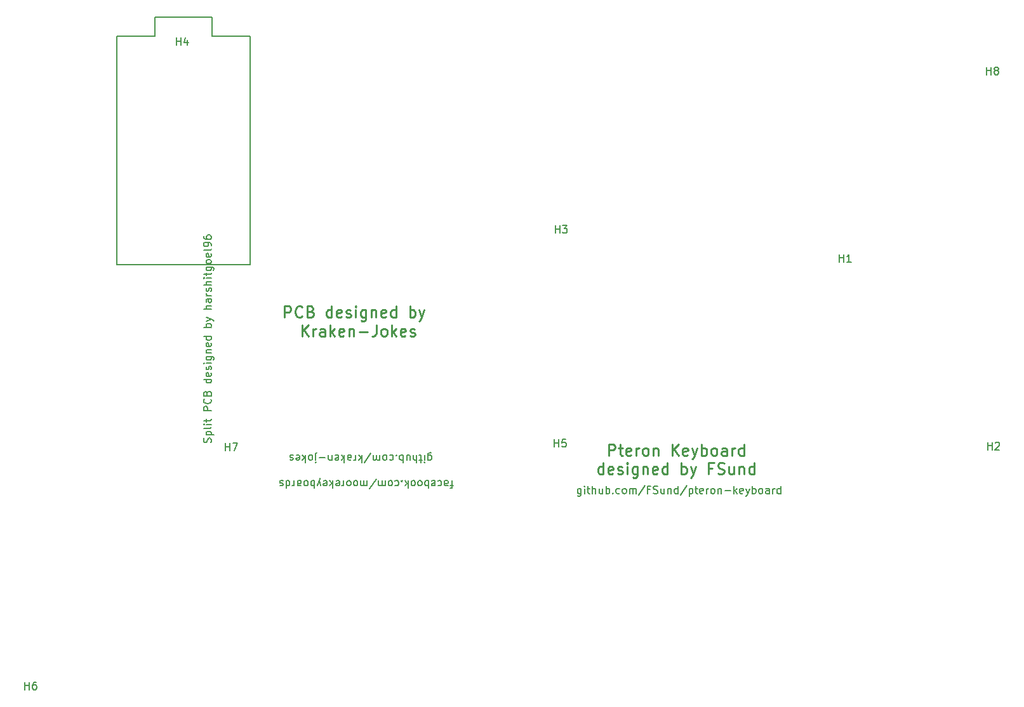
<source format=gbr>
%TF.GenerationSoftware,KiCad,Pcbnew,(5.1.7)-1*%
%TF.CreationDate,2021-04-13T17:15:28+05:30*%
%TF.ProjectId,Pteron56v0,50746572-6f6e-4353-9676-302e6b696361,rev?*%
%TF.SameCoordinates,Original*%
%TF.FileFunction,Legend,Top*%
%TF.FilePolarity,Positive*%
%FSLAX46Y46*%
G04 Gerber Fmt 4.6, Leading zero omitted, Abs format (unit mm)*
G04 Created by KiCad (PCBNEW (5.1.7)-1) date 2021-04-13 17:15:28*
%MOMM*%
%LPD*%
G01*
G04 APERTURE LIST*
%ADD10C,0.150000*%
%ADD11C,0.250000*%
G04 APERTURE END LIST*
D10*
X132255090Y-100493485D02*
X132255090Y-99683961D01*
X132302709Y-99588723D01*
X132350328Y-99541104D01*
X132445566Y-99493485D01*
X132588423Y-99493485D01*
X132683661Y-99541104D01*
X132255090Y-99874438D02*
X132350328Y-99826819D01*
X132540804Y-99826819D01*
X132636042Y-99874438D01*
X132683661Y-99922057D01*
X132731280Y-100017295D01*
X132731280Y-100303009D01*
X132683661Y-100398247D01*
X132636042Y-100445866D01*
X132540804Y-100493485D01*
X132350328Y-100493485D01*
X132255090Y-100445866D01*
X131778900Y-99826819D02*
X131778900Y-100493485D01*
X131778900Y-100826819D02*
X131826519Y-100779200D01*
X131778900Y-100731580D01*
X131731280Y-100779200D01*
X131778900Y-100826819D01*
X131778900Y-100731580D01*
X131445566Y-100493485D02*
X131064614Y-100493485D01*
X131302709Y-100826819D02*
X131302709Y-99969676D01*
X131255090Y-99874438D01*
X131159852Y-99826819D01*
X131064614Y-99826819D01*
X130731280Y-99826819D02*
X130731280Y-100826819D01*
X130302709Y-99826819D02*
X130302709Y-100350628D01*
X130350328Y-100445866D01*
X130445566Y-100493485D01*
X130588423Y-100493485D01*
X130683661Y-100445866D01*
X130731280Y-100398247D01*
X129397947Y-100493485D02*
X129397947Y-99826819D01*
X129826519Y-100493485D02*
X129826519Y-99969676D01*
X129778900Y-99874438D01*
X129683661Y-99826819D01*
X129540804Y-99826819D01*
X129445566Y-99874438D01*
X129397947Y-99922057D01*
X128921757Y-99826819D02*
X128921757Y-100826819D01*
X128921757Y-100445866D02*
X128826519Y-100493485D01*
X128636042Y-100493485D01*
X128540804Y-100445866D01*
X128493185Y-100398247D01*
X128445566Y-100303009D01*
X128445566Y-100017295D01*
X128493185Y-99922057D01*
X128540804Y-99874438D01*
X128636042Y-99826819D01*
X128826519Y-99826819D01*
X128921757Y-99874438D01*
X128016995Y-99922057D02*
X127969376Y-99874438D01*
X128016995Y-99826819D01*
X128064614Y-99874438D01*
X128016995Y-99922057D01*
X128016995Y-99826819D01*
X127112233Y-99874438D02*
X127207471Y-99826819D01*
X127397947Y-99826819D01*
X127493185Y-99874438D01*
X127540804Y-99922057D01*
X127588423Y-100017295D01*
X127588423Y-100303009D01*
X127540804Y-100398247D01*
X127493185Y-100445866D01*
X127397947Y-100493485D01*
X127207471Y-100493485D01*
X127112233Y-100445866D01*
X126540804Y-99826819D02*
X126636042Y-99874438D01*
X126683661Y-99922057D01*
X126731280Y-100017295D01*
X126731280Y-100303009D01*
X126683661Y-100398247D01*
X126636042Y-100445866D01*
X126540804Y-100493485D01*
X126397947Y-100493485D01*
X126302709Y-100445866D01*
X126255090Y-100398247D01*
X126207471Y-100303009D01*
X126207471Y-100017295D01*
X126255090Y-99922057D01*
X126302709Y-99874438D01*
X126397947Y-99826819D01*
X126540804Y-99826819D01*
X125778900Y-99826819D02*
X125778900Y-100493485D01*
X125778900Y-100398247D02*
X125731280Y-100445866D01*
X125636042Y-100493485D01*
X125493185Y-100493485D01*
X125397947Y-100445866D01*
X125350328Y-100350628D01*
X125350328Y-99826819D01*
X125350328Y-100350628D02*
X125302709Y-100445866D01*
X125207471Y-100493485D01*
X125064614Y-100493485D01*
X124969376Y-100445866D01*
X124921757Y-100350628D01*
X124921757Y-99826819D01*
X123731280Y-100874438D02*
X124588423Y-99588723D01*
X123397947Y-99826819D02*
X123397947Y-100826819D01*
X123302709Y-100207771D02*
X123016995Y-99826819D01*
X123016995Y-100493485D02*
X123397947Y-100112533D01*
X122588423Y-99826819D02*
X122588423Y-100493485D01*
X122588423Y-100303009D02*
X122540804Y-100398247D01*
X122493185Y-100445866D01*
X122397947Y-100493485D01*
X122302709Y-100493485D01*
X121540804Y-99826819D02*
X121540804Y-100350628D01*
X121588423Y-100445866D01*
X121683661Y-100493485D01*
X121874138Y-100493485D01*
X121969376Y-100445866D01*
X121540804Y-99874438D02*
X121636042Y-99826819D01*
X121874138Y-99826819D01*
X121969376Y-99874438D01*
X122016995Y-99969676D01*
X122016995Y-100064914D01*
X121969376Y-100160152D01*
X121874138Y-100207771D01*
X121636042Y-100207771D01*
X121540804Y-100255390D01*
X121064614Y-99826819D02*
X121064614Y-100826819D01*
X120969376Y-100207771D02*
X120683661Y-99826819D01*
X120683661Y-100493485D02*
X121064614Y-100112533D01*
X119874138Y-99874438D02*
X119969376Y-99826819D01*
X120159852Y-99826819D01*
X120255090Y-99874438D01*
X120302709Y-99969676D01*
X120302709Y-100350628D01*
X120255090Y-100445866D01*
X120159852Y-100493485D01*
X119969376Y-100493485D01*
X119874138Y-100445866D01*
X119826519Y-100350628D01*
X119826519Y-100255390D01*
X120302709Y-100160152D01*
X119397947Y-100493485D02*
X119397947Y-99826819D01*
X119397947Y-100398247D02*
X119350328Y-100445866D01*
X119255090Y-100493485D01*
X119112233Y-100493485D01*
X119016995Y-100445866D01*
X118969376Y-100350628D01*
X118969376Y-99826819D01*
X118493185Y-100207771D02*
X117731280Y-100207771D01*
X117255090Y-100493485D02*
X117255090Y-99636342D01*
X117302709Y-99541104D01*
X117397947Y-99493485D01*
X117445566Y-99493485D01*
X117255090Y-100826819D02*
X117302709Y-100779200D01*
X117255090Y-100731580D01*
X117207471Y-100779200D01*
X117255090Y-100826819D01*
X117255090Y-100731580D01*
X116636042Y-99826819D02*
X116731280Y-99874438D01*
X116778900Y-99922057D01*
X116826519Y-100017295D01*
X116826519Y-100303009D01*
X116778900Y-100398247D01*
X116731280Y-100445866D01*
X116636042Y-100493485D01*
X116493185Y-100493485D01*
X116397947Y-100445866D01*
X116350328Y-100398247D01*
X116302709Y-100303009D01*
X116302709Y-100017295D01*
X116350328Y-99922057D01*
X116397947Y-99874438D01*
X116493185Y-99826819D01*
X116636042Y-99826819D01*
X115874138Y-99826819D02*
X115874138Y-100826819D01*
X115778900Y-100207771D02*
X115493185Y-99826819D01*
X115493185Y-100493485D02*
X115874138Y-100112533D01*
X114683661Y-99874438D02*
X114778900Y-99826819D01*
X114969376Y-99826819D01*
X115064614Y-99874438D01*
X115112233Y-99969676D01*
X115112233Y-100350628D01*
X115064614Y-100445866D01*
X114969376Y-100493485D01*
X114778900Y-100493485D01*
X114683661Y-100445866D01*
X114636042Y-100350628D01*
X114636042Y-100255390D01*
X115112233Y-100160152D01*
X114255090Y-99874438D02*
X114159852Y-99826819D01*
X113969376Y-99826819D01*
X113874138Y-99874438D01*
X113826519Y-99969676D01*
X113826519Y-100017295D01*
X113874138Y-100112533D01*
X113969376Y-100160152D01*
X114112233Y-100160152D01*
X114207471Y-100207771D01*
X114255090Y-100303009D01*
X114255090Y-100350628D01*
X114207471Y-100445866D01*
X114112233Y-100493485D01*
X113969376Y-100493485D01*
X113874138Y-100445866D01*
X135609147Y-103922485D02*
X135228195Y-103922485D01*
X135466290Y-103255819D02*
X135466290Y-104112961D01*
X135418671Y-104208200D01*
X135323433Y-104255819D01*
X135228195Y-104255819D01*
X134466290Y-103255819D02*
X134466290Y-103779628D01*
X134513909Y-103874866D01*
X134609147Y-103922485D01*
X134799623Y-103922485D01*
X134894861Y-103874866D01*
X134466290Y-103303438D02*
X134561528Y-103255819D01*
X134799623Y-103255819D01*
X134894861Y-103303438D01*
X134942480Y-103398676D01*
X134942480Y-103493914D01*
X134894861Y-103589152D01*
X134799623Y-103636771D01*
X134561528Y-103636771D01*
X134466290Y-103684390D01*
X133561528Y-103303438D02*
X133656766Y-103255819D01*
X133847242Y-103255819D01*
X133942480Y-103303438D01*
X133990100Y-103351057D01*
X134037719Y-103446295D01*
X134037719Y-103732009D01*
X133990100Y-103827247D01*
X133942480Y-103874866D01*
X133847242Y-103922485D01*
X133656766Y-103922485D01*
X133561528Y-103874866D01*
X132752004Y-103303438D02*
X132847242Y-103255819D01*
X133037719Y-103255819D01*
X133132957Y-103303438D01*
X133180576Y-103398676D01*
X133180576Y-103779628D01*
X133132957Y-103874866D01*
X133037719Y-103922485D01*
X132847242Y-103922485D01*
X132752004Y-103874866D01*
X132704385Y-103779628D01*
X132704385Y-103684390D01*
X133180576Y-103589152D01*
X132275814Y-103255819D02*
X132275814Y-104255819D01*
X132275814Y-103874866D02*
X132180576Y-103922485D01*
X131990100Y-103922485D01*
X131894861Y-103874866D01*
X131847242Y-103827247D01*
X131799623Y-103732009D01*
X131799623Y-103446295D01*
X131847242Y-103351057D01*
X131894861Y-103303438D01*
X131990100Y-103255819D01*
X132180576Y-103255819D01*
X132275814Y-103303438D01*
X131228195Y-103255819D02*
X131323433Y-103303438D01*
X131371052Y-103351057D01*
X131418671Y-103446295D01*
X131418671Y-103732009D01*
X131371052Y-103827247D01*
X131323433Y-103874866D01*
X131228195Y-103922485D01*
X131085338Y-103922485D01*
X130990100Y-103874866D01*
X130942480Y-103827247D01*
X130894861Y-103732009D01*
X130894861Y-103446295D01*
X130942480Y-103351057D01*
X130990100Y-103303438D01*
X131085338Y-103255819D01*
X131228195Y-103255819D01*
X130323433Y-103255819D02*
X130418671Y-103303438D01*
X130466290Y-103351057D01*
X130513909Y-103446295D01*
X130513909Y-103732009D01*
X130466290Y-103827247D01*
X130418671Y-103874866D01*
X130323433Y-103922485D01*
X130180576Y-103922485D01*
X130085338Y-103874866D01*
X130037719Y-103827247D01*
X129990100Y-103732009D01*
X129990100Y-103446295D01*
X130037719Y-103351057D01*
X130085338Y-103303438D01*
X130180576Y-103255819D01*
X130323433Y-103255819D01*
X129561528Y-103255819D02*
X129561528Y-104255819D01*
X129466290Y-103636771D02*
X129180576Y-103255819D01*
X129180576Y-103922485D02*
X129561528Y-103541533D01*
X128752004Y-103351057D02*
X128704385Y-103303438D01*
X128752004Y-103255819D01*
X128799623Y-103303438D01*
X128752004Y-103351057D01*
X128752004Y-103255819D01*
X127847242Y-103303438D02*
X127942480Y-103255819D01*
X128132957Y-103255819D01*
X128228195Y-103303438D01*
X128275814Y-103351057D01*
X128323433Y-103446295D01*
X128323433Y-103732009D01*
X128275814Y-103827247D01*
X128228195Y-103874866D01*
X128132957Y-103922485D01*
X127942480Y-103922485D01*
X127847242Y-103874866D01*
X127275814Y-103255819D02*
X127371052Y-103303438D01*
X127418671Y-103351057D01*
X127466290Y-103446295D01*
X127466290Y-103732009D01*
X127418671Y-103827247D01*
X127371052Y-103874866D01*
X127275814Y-103922485D01*
X127132957Y-103922485D01*
X127037719Y-103874866D01*
X126990100Y-103827247D01*
X126942480Y-103732009D01*
X126942480Y-103446295D01*
X126990100Y-103351057D01*
X127037719Y-103303438D01*
X127132957Y-103255819D01*
X127275814Y-103255819D01*
X126513909Y-103255819D02*
X126513909Y-103922485D01*
X126513909Y-103827247D02*
X126466290Y-103874866D01*
X126371052Y-103922485D01*
X126228195Y-103922485D01*
X126132957Y-103874866D01*
X126085338Y-103779628D01*
X126085338Y-103255819D01*
X126085338Y-103779628D02*
X126037719Y-103874866D01*
X125942480Y-103922485D01*
X125799623Y-103922485D01*
X125704385Y-103874866D01*
X125656766Y-103779628D01*
X125656766Y-103255819D01*
X124466290Y-104303438D02*
X125323433Y-103017723D01*
X124132957Y-103255819D02*
X124132957Y-103922485D01*
X124132957Y-103827247D02*
X124085338Y-103874866D01*
X123990100Y-103922485D01*
X123847242Y-103922485D01*
X123752004Y-103874866D01*
X123704385Y-103779628D01*
X123704385Y-103255819D01*
X123704385Y-103779628D02*
X123656766Y-103874866D01*
X123561528Y-103922485D01*
X123418671Y-103922485D01*
X123323433Y-103874866D01*
X123275814Y-103779628D01*
X123275814Y-103255819D01*
X122656766Y-103255819D02*
X122752004Y-103303438D01*
X122799623Y-103351057D01*
X122847242Y-103446295D01*
X122847242Y-103732009D01*
X122799623Y-103827247D01*
X122752004Y-103874866D01*
X122656766Y-103922485D01*
X122513909Y-103922485D01*
X122418671Y-103874866D01*
X122371052Y-103827247D01*
X122323433Y-103732009D01*
X122323433Y-103446295D01*
X122371052Y-103351057D01*
X122418671Y-103303438D01*
X122513909Y-103255819D01*
X122656766Y-103255819D01*
X121752004Y-103255819D02*
X121847242Y-103303438D01*
X121894861Y-103351057D01*
X121942480Y-103446295D01*
X121942480Y-103732009D01*
X121894861Y-103827247D01*
X121847242Y-103874866D01*
X121752004Y-103922485D01*
X121609147Y-103922485D01*
X121513909Y-103874866D01*
X121466290Y-103827247D01*
X121418671Y-103732009D01*
X121418671Y-103446295D01*
X121466290Y-103351057D01*
X121513909Y-103303438D01*
X121609147Y-103255819D01*
X121752004Y-103255819D01*
X120990100Y-103255819D02*
X120990100Y-103922485D01*
X120990100Y-103732009D02*
X120942480Y-103827247D01*
X120894861Y-103874866D01*
X120799623Y-103922485D01*
X120704385Y-103922485D01*
X119990100Y-103303438D02*
X120085338Y-103255819D01*
X120275814Y-103255819D01*
X120371052Y-103303438D01*
X120418671Y-103398676D01*
X120418671Y-103779628D01*
X120371052Y-103874866D01*
X120275814Y-103922485D01*
X120085338Y-103922485D01*
X119990100Y-103874866D01*
X119942480Y-103779628D01*
X119942480Y-103684390D01*
X120418671Y-103589152D01*
X119513909Y-103255819D02*
X119513909Y-104255819D01*
X119418671Y-103636771D02*
X119132957Y-103255819D01*
X119132957Y-103922485D02*
X119513909Y-103541533D01*
X118323433Y-103303438D02*
X118418671Y-103255819D01*
X118609147Y-103255819D01*
X118704385Y-103303438D01*
X118752004Y-103398676D01*
X118752004Y-103779628D01*
X118704385Y-103874866D01*
X118609147Y-103922485D01*
X118418671Y-103922485D01*
X118323433Y-103874866D01*
X118275814Y-103779628D01*
X118275814Y-103684390D01*
X118752004Y-103589152D01*
X117942480Y-103922485D02*
X117704385Y-103255819D01*
X117466290Y-103922485D02*
X117704385Y-103255819D01*
X117799623Y-103017723D01*
X117847242Y-102970104D01*
X117942480Y-102922485D01*
X117085338Y-103255819D02*
X117085338Y-104255819D01*
X117085338Y-103874866D02*
X116990100Y-103922485D01*
X116799623Y-103922485D01*
X116704385Y-103874866D01*
X116656766Y-103827247D01*
X116609147Y-103732009D01*
X116609147Y-103446295D01*
X116656766Y-103351057D01*
X116704385Y-103303438D01*
X116799623Y-103255819D01*
X116990100Y-103255819D01*
X117085338Y-103303438D01*
X116037719Y-103255819D02*
X116132957Y-103303438D01*
X116180576Y-103351057D01*
X116228195Y-103446295D01*
X116228195Y-103732009D01*
X116180576Y-103827247D01*
X116132957Y-103874866D01*
X116037719Y-103922485D01*
X115894861Y-103922485D01*
X115799623Y-103874866D01*
X115752004Y-103827247D01*
X115704385Y-103732009D01*
X115704385Y-103446295D01*
X115752004Y-103351057D01*
X115799623Y-103303438D01*
X115894861Y-103255819D01*
X116037719Y-103255819D01*
X114847242Y-103255819D02*
X114847242Y-103779628D01*
X114894861Y-103874866D01*
X114990100Y-103922485D01*
X115180576Y-103922485D01*
X115275814Y-103874866D01*
X114847242Y-103303438D02*
X114942480Y-103255819D01*
X115180576Y-103255819D01*
X115275814Y-103303438D01*
X115323433Y-103398676D01*
X115323433Y-103493914D01*
X115275814Y-103589152D01*
X115180576Y-103636771D01*
X114942480Y-103636771D01*
X114847242Y-103684390D01*
X114371052Y-103255819D02*
X114371052Y-103922485D01*
X114371052Y-103732009D02*
X114323433Y-103827247D01*
X114275814Y-103874866D01*
X114180576Y-103922485D01*
X114085338Y-103922485D01*
X113323433Y-103255819D02*
X113323433Y-104255819D01*
X113323433Y-103303438D02*
X113418671Y-103255819D01*
X113609147Y-103255819D01*
X113704385Y-103303438D01*
X113752004Y-103351057D01*
X113799623Y-103446295D01*
X113799623Y-103732009D01*
X113752004Y-103827247D01*
X113704385Y-103874866D01*
X113609147Y-103922485D01*
X113418671Y-103922485D01*
X113323433Y-103874866D01*
X112894861Y-103303438D02*
X112799623Y-103255819D01*
X112609147Y-103255819D01*
X112513909Y-103303438D01*
X112466290Y-103398676D01*
X112466290Y-103446295D01*
X112513909Y-103541533D01*
X112609147Y-103589152D01*
X112752004Y-103589152D01*
X112847242Y-103636771D01*
X112894861Y-103732009D01*
X112894861Y-103779628D01*
X112847242Y-103874866D01*
X112752004Y-103922485D01*
X112609147Y-103922485D01*
X112513909Y-103874866D01*
X152639761Y-104306714D02*
X152639761Y-105116238D01*
X152592142Y-105211476D01*
X152544523Y-105259095D01*
X152449285Y-105306714D01*
X152306428Y-105306714D01*
X152211190Y-105259095D01*
X152639761Y-104925761D02*
X152544523Y-104973380D01*
X152354047Y-104973380D01*
X152258809Y-104925761D01*
X152211190Y-104878142D01*
X152163571Y-104782904D01*
X152163571Y-104497190D01*
X152211190Y-104401952D01*
X152258809Y-104354333D01*
X152354047Y-104306714D01*
X152544523Y-104306714D01*
X152639761Y-104354333D01*
X153115952Y-104973380D02*
X153115952Y-104306714D01*
X153115952Y-103973380D02*
X153068333Y-104021000D01*
X153115952Y-104068619D01*
X153163571Y-104021000D01*
X153115952Y-103973380D01*
X153115952Y-104068619D01*
X153449285Y-104306714D02*
X153830238Y-104306714D01*
X153592142Y-103973380D02*
X153592142Y-104830523D01*
X153639761Y-104925761D01*
X153735000Y-104973380D01*
X153830238Y-104973380D01*
X154163571Y-104973380D02*
X154163571Y-103973380D01*
X154592142Y-104973380D02*
X154592142Y-104449571D01*
X154544523Y-104354333D01*
X154449285Y-104306714D01*
X154306428Y-104306714D01*
X154211190Y-104354333D01*
X154163571Y-104401952D01*
X155496904Y-104306714D02*
X155496904Y-104973380D01*
X155068333Y-104306714D02*
X155068333Y-104830523D01*
X155115952Y-104925761D01*
X155211190Y-104973380D01*
X155354047Y-104973380D01*
X155449285Y-104925761D01*
X155496904Y-104878142D01*
X155973095Y-104973380D02*
X155973095Y-103973380D01*
X155973095Y-104354333D02*
X156068333Y-104306714D01*
X156258809Y-104306714D01*
X156354047Y-104354333D01*
X156401666Y-104401952D01*
X156449285Y-104497190D01*
X156449285Y-104782904D01*
X156401666Y-104878142D01*
X156354047Y-104925761D01*
X156258809Y-104973380D01*
X156068333Y-104973380D01*
X155973095Y-104925761D01*
X156877857Y-104878142D02*
X156925476Y-104925761D01*
X156877857Y-104973380D01*
X156830238Y-104925761D01*
X156877857Y-104878142D01*
X156877857Y-104973380D01*
X157782619Y-104925761D02*
X157687380Y-104973380D01*
X157496904Y-104973380D01*
X157401666Y-104925761D01*
X157354047Y-104878142D01*
X157306428Y-104782904D01*
X157306428Y-104497190D01*
X157354047Y-104401952D01*
X157401666Y-104354333D01*
X157496904Y-104306714D01*
X157687380Y-104306714D01*
X157782619Y-104354333D01*
X158354047Y-104973380D02*
X158258809Y-104925761D01*
X158211190Y-104878142D01*
X158163571Y-104782904D01*
X158163571Y-104497190D01*
X158211190Y-104401952D01*
X158258809Y-104354333D01*
X158354047Y-104306714D01*
X158496904Y-104306714D01*
X158592142Y-104354333D01*
X158639761Y-104401952D01*
X158687380Y-104497190D01*
X158687380Y-104782904D01*
X158639761Y-104878142D01*
X158592142Y-104925761D01*
X158496904Y-104973380D01*
X158354047Y-104973380D01*
X159115952Y-104973380D02*
X159115952Y-104306714D01*
X159115952Y-104401952D02*
X159163571Y-104354333D01*
X159258809Y-104306714D01*
X159401666Y-104306714D01*
X159496904Y-104354333D01*
X159544523Y-104449571D01*
X159544523Y-104973380D01*
X159544523Y-104449571D02*
X159592142Y-104354333D01*
X159687380Y-104306714D01*
X159830238Y-104306714D01*
X159925476Y-104354333D01*
X159973095Y-104449571D01*
X159973095Y-104973380D01*
X161163571Y-103925761D02*
X160306428Y-105211476D01*
X161830238Y-104449571D02*
X161496904Y-104449571D01*
X161496904Y-104973380D02*
X161496904Y-103973380D01*
X161973095Y-103973380D01*
X162306428Y-104925761D02*
X162449285Y-104973380D01*
X162687380Y-104973380D01*
X162782619Y-104925761D01*
X162830238Y-104878142D01*
X162877857Y-104782904D01*
X162877857Y-104687666D01*
X162830238Y-104592428D01*
X162782619Y-104544809D01*
X162687380Y-104497190D01*
X162496904Y-104449571D01*
X162401666Y-104401952D01*
X162354047Y-104354333D01*
X162306428Y-104259095D01*
X162306428Y-104163857D01*
X162354047Y-104068619D01*
X162401666Y-104021000D01*
X162496904Y-103973380D01*
X162734999Y-103973380D01*
X162877857Y-104021000D01*
X163734999Y-104306714D02*
X163734999Y-104973380D01*
X163306428Y-104306714D02*
X163306428Y-104830523D01*
X163354047Y-104925761D01*
X163449285Y-104973380D01*
X163592142Y-104973380D01*
X163687380Y-104925761D01*
X163734999Y-104878142D01*
X164211190Y-104306714D02*
X164211190Y-104973380D01*
X164211190Y-104401952D02*
X164258809Y-104354333D01*
X164354047Y-104306714D01*
X164496904Y-104306714D01*
X164592142Y-104354333D01*
X164639761Y-104449571D01*
X164639761Y-104973380D01*
X165544523Y-104973380D02*
X165544523Y-103973380D01*
X165544523Y-104925761D02*
X165449285Y-104973380D01*
X165258809Y-104973380D01*
X165163571Y-104925761D01*
X165115952Y-104878142D01*
X165068333Y-104782904D01*
X165068333Y-104497190D01*
X165115952Y-104401952D01*
X165163571Y-104354333D01*
X165258809Y-104306714D01*
X165449285Y-104306714D01*
X165544523Y-104354333D01*
X166734999Y-103925761D02*
X165877857Y-105211476D01*
X167068333Y-104306714D02*
X167068333Y-105306714D01*
X167068333Y-104354333D02*
X167163571Y-104306714D01*
X167354047Y-104306714D01*
X167449285Y-104354333D01*
X167496904Y-104401952D01*
X167544523Y-104497190D01*
X167544523Y-104782904D01*
X167496904Y-104878142D01*
X167449285Y-104925761D01*
X167354047Y-104973380D01*
X167163571Y-104973380D01*
X167068333Y-104925761D01*
X167830238Y-104306714D02*
X168211190Y-104306714D01*
X167973095Y-103973380D02*
X167973095Y-104830523D01*
X168020714Y-104925761D01*
X168115952Y-104973380D01*
X168211190Y-104973380D01*
X168925476Y-104925761D02*
X168830238Y-104973380D01*
X168639761Y-104973380D01*
X168544523Y-104925761D01*
X168496904Y-104830523D01*
X168496904Y-104449571D01*
X168544523Y-104354333D01*
X168639761Y-104306714D01*
X168830238Y-104306714D01*
X168925476Y-104354333D01*
X168973095Y-104449571D01*
X168973095Y-104544809D01*
X168496904Y-104640047D01*
X169401666Y-104973380D02*
X169401666Y-104306714D01*
X169401666Y-104497190D02*
X169449285Y-104401952D01*
X169496904Y-104354333D01*
X169592142Y-104306714D01*
X169687380Y-104306714D01*
X170163571Y-104973380D02*
X170068333Y-104925761D01*
X170020714Y-104878142D01*
X169973095Y-104782904D01*
X169973095Y-104497190D01*
X170020714Y-104401952D01*
X170068333Y-104354333D01*
X170163571Y-104306714D01*
X170306428Y-104306714D01*
X170401666Y-104354333D01*
X170449285Y-104401952D01*
X170496904Y-104497190D01*
X170496904Y-104782904D01*
X170449285Y-104878142D01*
X170401666Y-104925761D01*
X170306428Y-104973380D01*
X170163571Y-104973380D01*
X170925476Y-104306714D02*
X170925476Y-104973380D01*
X170925476Y-104401952D02*
X170973095Y-104354333D01*
X171068333Y-104306714D01*
X171211190Y-104306714D01*
X171306428Y-104354333D01*
X171354047Y-104449571D01*
X171354047Y-104973380D01*
X171830238Y-104592428D02*
X172592142Y-104592428D01*
X173068333Y-104973380D02*
X173068333Y-103973380D01*
X173163571Y-104592428D02*
X173449285Y-104973380D01*
X173449285Y-104306714D02*
X173068333Y-104687666D01*
X174258809Y-104925761D02*
X174163571Y-104973380D01*
X173973095Y-104973380D01*
X173877857Y-104925761D01*
X173830238Y-104830523D01*
X173830238Y-104449571D01*
X173877857Y-104354333D01*
X173973095Y-104306714D01*
X174163571Y-104306714D01*
X174258809Y-104354333D01*
X174306428Y-104449571D01*
X174306428Y-104544809D01*
X173830238Y-104640047D01*
X174639761Y-104306714D02*
X174877857Y-104973380D01*
X175115952Y-104306714D02*
X174877857Y-104973380D01*
X174782619Y-105211476D01*
X174734999Y-105259095D01*
X174639761Y-105306714D01*
X175496904Y-104973380D02*
X175496904Y-103973380D01*
X175496904Y-104354333D02*
X175592142Y-104306714D01*
X175782619Y-104306714D01*
X175877857Y-104354333D01*
X175925476Y-104401952D01*
X175973095Y-104497190D01*
X175973095Y-104782904D01*
X175925476Y-104878142D01*
X175877857Y-104925761D01*
X175782619Y-104973380D01*
X175592142Y-104973380D01*
X175496904Y-104925761D01*
X176544523Y-104973380D02*
X176449285Y-104925761D01*
X176401666Y-104878142D01*
X176354047Y-104782904D01*
X176354047Y-104497190D01*
X176401666Y-104401952D01*
X176449285Y-104354333D01*
X176544523Y-104306714D01*
X176687380Y-104306714D01*
X176782619Y-104354333D01*
X176830238Y-104401952D01*
X176877857Y-104497190D01*
X176877857Y-104782904D01*
X176830238Y-104878142D01*
X176782619Y-104925761D01*
X176687380Y-104973380D01*
X176544523Y-104973380D01*
X177734999Y-104973380D02*
X177734999Y-104449571D01*
X177687380Y-104354333D01*
X177592142Y-104306714D01*
X177401666Y-104306714D01*
X177306428Y-104354333D01*
X177734999Y-104925761D02*
X177639761Y-104973380D01*
X177401666Y-104973380D01*
X177306428Y-104925761D01*
X177258809Y-104830523D01*
X177258809Y-104735285D01*
X177306428Y-104640047D01*
X177401666Y-104592428D01*
X177639761Y-104592428D01*
X177734999Y-104544809D01*
X178211190Y-104973380D02*
X178211190Y-104306714D01*
X178211190Y-104497190D02*
X178258809Y-104401952D01*
X178306428Y-104354333D01*
X178401666Y-104306714D01*
X178496904Y-104306714D01*
X179258809Y-104973380D02*
X179258809Y-103973380D01*
X179258809Y-104925761D02*
X179163571Y-104973380D01*
X178973095Y-104973380D01*
X178877857Y-104925761D01*
X178830238Y-104878142D01*
X178782619Y-104782904D01*
X178782619Y-104497190D01*
X178830238Y-104401952D01*
X178877857Y-104354333D01*
X178973095Y-104306714D01*
X179163571Y-104306714D01*
X179258809Y-104354333D01*
D11*
X156354000Y-99885571D02*
X156354000Y-98385571D01*
X156925428Y-98385571D01*
X157068285Y-98457000D01*
X157139714Y-98528428D01*
X157211142Y-98671285D01*
X157211142Y-98885571D01*
X157139714Y-99028428D01*
X157068285Y-99099857D01*
X156925428Y-99171285D01*
X156354000Y-99171285D01*
X157639714Y-98885571D02*
X158211142Y-98885571D01*
X157854000Y-98385571D02*
X157854000Y-99671285D01*
X157925428Y-99814142D01*
X158068285Y-99885571D01*
X158211142Y-99885571D01*
X159282571Y-99814142D02*
X159139714Y-99885571D01*
X158854000Y-99885571D01*
X158711142Y-99814142D01*
X158639714Y-99671285D01*
X158639714Y-99099857D01*
X158711142Y-98957000D01*
X158854000Y-98885571D01*
X159139714Y-98885571D01*
X159282571Y-98957000D01*
X159354000Y-99099857D01*
X159354000Y-99242714D01*
X158639714Y-99385571D01*
X159996857Y-99885571D02*
X159996857Y-98885571D01*
X159996857Y-99171285D02*
X160068285Y-99028428D01*
X160139714Y-98957000D01*
X160282571Y-98885571D01*
X160425428Y-98885571D01*
X161139714Y-99885571D02*
X160996857Y-99814142D01*
X160925428Y-99742714D01*
X160854000Y-99599857D01*
X160854000Y-99171285D01*
X160925428Y-99028428D01*
X160996857Y-98957000D01*
X161139714Y-98885571D01*
X161354000Y-98885571D01*
X161496857Y-98957000D01*
X161568285Y-99028428D01*
X161639714Y-99171285D01*
X161639714Y-99599857D01*
X161568285Y-99742714D01*
X161496857Y-99814142D01*
X161354000Y-99885571D01*
X161139714Y-99885571D01*
X162282571Y-98885571D02*
X162282571Y-99885571D01*
X162282571Y-99028428D02*
X162354000Y-98957000D01*
X162496857Y-98885571D01*
X162711142Y-98885571D01*
X162854000Y-98957000D01*
X162925428Y-99099857D01*
X162925428Y-99885571D01*
X164782571Y-99885571D02*
X164782571Y-98385571D01*
X165639714Y-99885571D02*
X164996857Y-99028428D01*
X165639714Y-98385571D02*
X164782571Y-99242714D01*
X166854000Y-99814142D02*
X166711142Y-99885571D01*
X166425428Y-99885571D01*
X166282571Y-99814142D01*
X166211142Y-99671285D01*
X166211142Y-99099857D01*
X166282571Y-98957000D01*
X166425428Y-98885571D01*
X166711142Y-98885571D01*
X166854000Y-98957000D01*
X166925428Y-99099857D01*
X166925428Y-99242714D01*
X166211142Y-99385571D01*
X167425428Y-98885571D02*
X167782571Y-99885571D01*
X168139714Y-98885571D02*
X167782571Y-99885571D01*
X167639714Y-100242714D01*
X167568285Y-100314142D01*
X167425428Y-100385571D01*
X168711142Y-99885571D02*
X168711142Y-98385571D01*
X168711142Y-98957000D02*
X168854000Y-98885571D01*
X169139714Y-98885571D01*
X169282571Y-98957000D01*
X169354000Y-99028428D01*
X169425428Y-99171285D01*
X169425428Y-99599857D01*
X169354000Y-99742714D01*
X169282571Y-99814142D01*
X169139714Y-99885571D01*
X168854000Y-99885571D01*
X168711142Y-99814142D01*
X170282571Y-99885571D02*
X170139714Y-99814142D01*
X170068285Y-99742714D01*
X169996857Y-99599857D01*
X169996857Y-99171285D01*
X170068285Y-99028428D01*
X170139714Y-98957000D01*
X170282571Y-98885571D01*
X170496857Y-98885571D01*
X170639714Y-98957000D01*
X170711142Y-99028428D01*
X170782571Y-99171285D01*
X170782571Y-99599857D01*
X170711142Y-99742714D01*
X170639714Y-99814142D01*
X170496857Y-99885571D01*
X170282571Y-99885571D01*
X172068285Y-99885571D02*
X172068285Y-99099857D01*
X171996857Y-98957000D01*
X171854000Y-98885571D01*
X171568285Y-98885571D01*
X171425428Y-98957000D01*
X172068285Y-99814142D02*
X171925428Y-99885571D01*
X171568285Y-99885571D01*
X171425428Y-99814142D01*
X171354000Y-99671285D01*
X171354000Y-99528428D01*
X171425428Y-99385571D01*
X171568285Y-99314142D01*
X171925428Y-99314142D01*
X172068285Y-99242714D01*
X172782571Y-99885571D02*
X172782571Y-98885571D01*
X172782571Y-99171285D02*
X172854000Y-99028428D01*
X172925428Y-98957000D01*
X173068285Y-98885571D01*
X173211142Y-98885571D01*
X174354000Y-99885571D02*
X174354000Y-98385571D01*
X174354000Y-99814142D02*
X174211142Y-99885571D01*
X173925428Y-99885571D01*
X173782571Y-99814142D01*
X173711142Y-99742714D01*
X173639714Y-99599857D01*
X173639714Y-99171285D01*
X173711142Y-99028428D01*
X173782571Y-98957000D01*
X173925428Y-98885571D01*
X174211142Y-98885571D01*
X174354000Y-98957000D01*
X155604000Y-102385571D02*
X155604000Y-100885571D01*
X155604000Y-102314142D02*
X155461142Y-102385571D01*
X155175428Y-102385571D01*
X155032571Y-102314142D01*
X154961142Y-102242714D01*
X154889714Y-102099857D01*
X154889714Y-101671285D01*
X154961142Y-101528428D01*
X155032571Y-101457000D01*
X155175428Y-101385571D01*
X155461142Y-101385571D01*
X155604000Y-101457000D01*
X156889714Y-102314142D02*
X156746857Y-102385571D01*
X156461142Y-102385571D01*
X156318285Y-102314142D01*
X156246857Y-102171285D01*
X156246857Y-101599857D01*
X156318285Y-101457000D01*
X156461142Y-101385571D01*
X156746857Y-101385571D01*
X156889714Y-101457000D01*
X156961142Y-101599857D01*
X156961142Y-101742714D01*
X156246857Y-101885571D01*
X157532571Y-102314142D02*
X157675428Y-102385571D01*
X157961142Y-102385571D01*
X158104000Y-102314142D01*
X158175428Y-102171285D01*
X158175428Y-102099857D01*
X158104000Y-101957000D01*
X157961142Y-101885571D01*
X157746857Y-101885571D01*
X157604000Y-101814142D01*
X157532571Y-101671285D01*
X157532571Y-101599857D01*
X157604000Y-101457000D01*
X157746857Y-101385571D01*
X157961142Y-101385571D01*
X158104000Y-101457000D01*
X158818285Y-102385571D02*
X158818285Y-101385571D01*
X158818285Y-100885571D02*
X158746857Y-100957000D01*
X158818285Y-101028428D01*
X158889714Y-100957000D01*
X158818285Y-100885571D01*
X158818285Y-101028428D01*
X160175428Y-101385571D02*
X160175428Y-102599857D01*
X160104000Y-102742714D01*
X160032571Y-102814142D01*
X159889714Y-102885571D01*
X159675428Y-102885571D01*
X159532571Y-102814142D01*
X160175428Y-102314142D02*
X160032571Y-102385571D01*
X159746857Y-102385571D01*
X159604000Y-102314142D01*
X159532571Y-102242714D01*
X159461142Y-102099857D01*
X159461142Y-101671285D01*
X159532571Y-101528428D01*
X159604000Y-101457000D01*
X159746857Y-101385571D01*
X160032571Y-101385571D01*
X160175428Y-101457000D01*
X160889714Y-101385571D02*
X160889714Y-102385571D01*
X160889714Y-101528428D02*
X160961142Y-101457000D01*
X161104000Y-101385571D01*
X161318285Y-101385571D01*
X161461142Y-101457000D01*
X161532571Y-101599857D01*
X161532571Y-102385571D01*
X162818285Y-102314142D02*
X162675428Y-102385571D01*
X162389714Y-102385571D01*
X162246857Y-102314142D01*
X162175428Y-102171285D01*
X162175428Y-101599857D01*
X162246857Y-101457000D01*
X162389714Y-101385571D01*
X162675428Y-101385571D01*
X162818285Y-101457000D01*
X162889714Y-101599857D01*
X162889714Y-101742714D01*
X162175428Y-101885571D01*
X164175428Y-102385571D02*
X164175428Y-100885571D01*
X164175428Y-102314142D02*
X164032571Y-102385571D01*
X163746857Y-102385571D01*
X163604000Y-102314142D01*
X163532571Y-102242714D01*
X163461142Y-102099857D01*
X163461142Y-101671285D01*
X163532571Y-101528428D01*
X163604000Y-101457000D01*
X163746857Y-101385571D01*
X164032571Y-101385571D01*
X164175428Y-101457000D01*
X166032571Y-102385571D02*
X166032571Y-100885571D01*
X166032571Y-101457000D02*
X166175428Y-101385571D01*
X166461142Y-101385571D01*
X166604000Y-101457000D01*
X166675428Y-101528428D01*
X166746857Y-101671285D01*
X166746857Y-102099857D01*
X166675428Y-102242714D01*
X166604000Y-102314142D01*
X166461142Y-102385571D01*
X166175428Y-102385571D01*
X166032571Y-102314142D01*
X167246857Y-101385571D02*
X167604000Y-102385571D01*
X167961142Y-101385571D02*
X167604000Y-102385571D01*
X167461142Y-102742714D01*
X167389714Y-102814142D01*
X167246857Y-102885571D01*
X170175428Y-101599857D02*
X169675428Y-101599857D01*
X169675428Y-102385571D02*
X169675428Y-100885571D01*
X170389714Y-100885571D01*
X170889714Y-102314142D02*
X171104000Y-102385571D01*
X171461142Y-102385571D01*
X171604000Y-102314142D01*
X171675428Y-102242714D01*
X171746857Y-102099857D01*
X171746857Y-101957000D01*
X171675428Y-101814142D01*
X171604000Y-101742714D01*
X171461142Y-101671285D01*
X171175428Y-101599857D01*
X171032571Y-101528428D01*
X170961142Y-101457000D01*
X170889714Y-101314142D01*
X170889714Y-101171285D01*
X170961142Y-101028428D01*
X171032571Y-100957000D01*
X171175428Y-100885571D01*
X171532571Y-100885571D01*
X171746857Y-100957000D01*
X173032571Y-101385571D02*
X173032571Y-102385571D01*
X172389714Y-101385571D02*
X172389714Y-102171285D01*
X172461142Y-102314142D01*
X172604000Y-102385571D01*
X172818285Y-102385571D01*
X172961142Y-102314142D01*
X173032571Y-102242714D01*
X173746857Y-101385571D02*
X173746857Y-102385571D01*
X173746857Y-101528428D02*
X173818285Y-101457000D01*
X173961142Y-101385571D01*
X174175428Y-101385571D01*
X174318285Y-101457000D01*
X174389714Y-101599857D01*
X174389714Y-102385571D01*
X175746857Y-102385571D02*
X175746857Y-100885571D01*
X175746857Y-102314142D02*
X175604000Y-102385571D01*
X175318285Y-102385571D01*
X175175428Y-102314142D01*
X175104000Y-102242714D01*
X175032571Y-102099857D01*
X175032571Y-101671285D01*
X175104000Y-101528428D01*
X175175428Y-101457000D01*
X175318285Y-101385571D01*
X175604000Y-101385571D01*
X175746857Y-101457000D01*
D10*
X103274761Y-98161333D02*
X103322380Y-98018476D01*
X103322380Y-97780380D01*
X103274761Y-97685142D01*
X103227142Y-97637523D01*
X103131904Y-97589904D01*
X103036666Y-97589904D01*
X102941428Y-97637523D01*
X102893809Y-97685142D01*
X102846190Y-97780380D01*
X102798571Y-97970857D01*
X102750952Y-98066095D01*
X102703333Y-98113714D01*
X102608095Y-98161333D01*
X102512857Y-98161333D01*
X102417619Y-98113714D01*
X102370000Y-98066095D01*
X102322380Y-97970857D01*
X102322380Y-97732761D01*
X102370000Y-97589904D01*
X102655714Y-97161333D02*
X103655714Y-97161333D01*
X102703333Y-97161333D02*
X102655714Y-97066095D01*
X102655714Y-96875619D01*
X102703333Y-96780380D01*
X102750952Y-96732761D01*
X102846190Y-96685142D01*
X103131904Y-96685142D01*
X103227142Y-96732761D01*
X103274761Y-96780380D01*
X103322380Y-96875619D01*
X103322380Y-97066095D01*
X103274761Y-97161333D01*
X103322380Y-96113714D02*
X103274761Y-96208952D01*
X103179523Y-96256571D01*
X102322380Y-96256571D01*
X103322380Y-95732761D02*
X102655714Y-95732761D01*
X102322380Y-95732761D02*
X102370000Y-95780380D01*
X102417619Y-95732761D01*
X102370000Y-95685142D01*
X102322380Y-95732761D01*
X102417619Y-95732761D01*
X102655714Y-95399428D02*
X102655714Y-95018476D01*
X102322380Y-95256571D02*
X103179523Y-95256571D01*
X103274761Y-95208952D01*
X103322380Y-95113714D01*
X103322380Y-95018476D01*
X103322380Y-93923238D02*
X102322380Y-93923238D01*
X102322380Y-93542285D01*
X102370000Y-93447047D01*
X102417619Y-93399428D01*
X102512857Y-93351809D01*
X102655714Y-93351809D01*
X102750952Y-93399428D01*
X102798571Y-93447047D01*
X102846190Y-93542285D01*
X102846190Y-93923238D01*
X103227142Y-92351809D02*
X103274761Y-92399428D01*
X103322380Y-92542285D01*
X103322380Y-92637523D01*
X103274761Y-92780380D01*
X103179523Y-92875619D01*
X103084285Y-92923238D01*
X102893809Y-92970857D01*
X102750952Y-92970857D01*
X102560476Y-92923238D01*
X102465238Y-92875619D01*
X102370000Y-92780380D01*
X102322380Y-92637523D01*
X102322380Y-92542285D01*
X102370000Y-92399428D01*
X102417619Y-92351809D01*
X102798571Y-91589904D02*
X102846190Y-91447047D01*
X102893809Y-91399428D01*
X102989047Y-91351809D01*
X103131904Y-91351809D01*
X103227142Y-91399428D01*
X103274761Y-91447047D01*
X103322380Y-91542285D01*
X103322380Y-91923238D01*
X102322380Y-91923238D01*
X102322380Y-91589904D01*
X102370000Y-91494666D01*
X102417619Y-91447047D01*
X102512857Y-91399428D01*
X102608095Y-91399428D01*
X102703333Y-91447047D01*
X102750952Y-91494666D01*
X102798571Y-91589904D01*
X102798571Y-91923238D01*
X103322380Y-89732761D02*
X102322380Y-89732761D01*
X103274761Y-89732761D02*
X103322380Y-89828000D01*
X103322380Y-90018476D01*
X103274761Y-90113714D01*
X103227142Y-90161333D01*
X103131904Y-90208952D01*
X102846190Y-90208952D01*
X102750952Y-90161333D01*
X102703333Y-90113714D01*
X102655714Y-90018476D01*
X102655714Y-89828000D01*
X102703333Y-89732761D01*
X103274761Y-88875619D02*
X103322380Y-88970857D01*
X103322380Y-89161333D01*
X103274761Y-89256571D01*
X103179523Y-89304190D01*
X102798571Y-89304190D01*
X102703333Y-89256571D01*
X102655714Y-89161333D01*
X102655714Y-88970857D01*
X102703333Y-88875619D01*
X102798571Y-88828000D01*
X102893809Y-88828000D01*
X102989047Y-89304190D01*
X103274761Y-88447047D02*
X103322380Y-88351809D01*
X103322380Y-88161333D01*
X103274761Y-88066095D01*
X103179523Y-88018476D01*
X103131904Y-88018476D01*
X103036666Y-88066095D01*
X102989047Y-88161333D01*
X102989047Y-88304190D01*
X102941428Y-88399428D01*
X102846190Y-88447047D01*
X102798571Y-88447047D01*
X102703333Y-88399428D01*
X102655714Y-88304190D01*
X102655714Y-88161333D01*
X102703333Y-88066095D01*
X103322380Y-87589904D02*
X102655714Y-87589904D01*
X102322380Y-87589904D02*
X102370000Y-87637523D01*
X102417619Y-87589904D01*
X102370000Y-87542285D01*
X102322380Y-87589904D01*
X102417619Y-87589904D01*
X102655714Y-86685142D02*
X103465238Y-86685142D01*
X103560476Y-86732761D01*
X103608095Y-86780380D01*
X103655714Y-86875619D01*
X103655714Y-87018476D01*
X103608095Y-87113714D01*
X103274761Y-86685142D02*
X103322380Y-86780380D01*
X103322380Y-86970857D01*
X103274761Y-87066095D01*
X103227142Y-87113714D01*
X103131904Y-87161333D01*
X102846190Y-87161333D01*
X102750952Y-87113714D01*
X102703333Y-87066095D01*
X102655714Y-86970857D01*
X102655714Y-86780380D01*
X102703333Y-86685142D01*
X102655714Y-86208952D02*
X103322380Y-86208952D01*
X102750952Y-86208952D02*
X102703333Y-86161333D01*
X102655714Y-86066095D01*
X102655714Y-85923238D01*
X102703333Y-85828000D01*
X102798571Y-85780380D01*
X103322380Y-85780380D01*
X103274761Y-84923238D02*
X103322380Y-85018476D01*
X103322380Y-85208952D01*
X103274761Y-85304190D01*
X103179523Y-85351809D01*
X102798571Y-85351809D01*
X102703333Y-85304190D01*
X102655714Y-85208952D01*
X102655714Y-85018476D01*
X102703333Y-84923238D01*
X102798571Y-84875619D01*
X102893809Y-84875619D01*
X102989047Y-85351809D01*
X103322380Y-84018476D02*
X102322380Y-84018476D01*
X103274761Y-84018476D02*
X103322380Y-84113714D01*
X103322380Y-84304190D01*
X103274761Y-84399428D01*
X103227142Y-84447047D01*
X103131904Y-84494666D01*
X102846190Y-84494666D01*
X102750952Y-84447047D01*
X102703333Y-84399428D01*
X102655714Y-84304190D01*
X102655714Y-84113714D01*
X102703333Y-84018476D01*
X103322380Y-82780380D02*
X102322380Y-82780380D01*
X102703333Y-82780380D02*
X102655714Y-82685142D01*
X102655714Y-82494666D01*
X102703333Y-82399428D01*
X102750952Y-82351809D01*
X102846190Y-82304190D01*
X103131904Y-82304190D01*
X103227142Y-82351809D01*
X103274761Y-82399428D01*
X103322380Y-82494666D01*
X103322380Y-82685142D01*
X103274761Y-82780380D01*
X102655714Y-81970857D02*
X103322380Y-81732761D01*
X102655714Y-81494666D02*
X103322380Y-81732761D01*
X103560476Y-81828000D01*
X103608095Y-81875619D01*
X103655714Y-81970857D01*
X103322380Y-80351809D02*
X102322380Y-80351809D01*
X103322380Y-79923238D02*
X102798571Y-79923238D01*
X102703333Y-79970857D01*
X102655714Y-80066095D01*
X102655714Y-80208952D01*
X102703333Y-80304190D01*
X102750952Y-80351809D01*
X103322380Y-79018476D02*
X102798571Y-79018476D01*
X102703333Y-79066095D01*
X102655714Y-79161333D01*
X102655714Y-79351809D01*
X102703333Y-79447047D01*
X103274761Y-79018476D02*
X103322380Y-79113714D01*
X103322380Y-79351809D01*
X103274761Y-79447047D01*
X103179523Y-79494666D01*
X103084285Y-79494666D01*
X102989047Y-79447047D01*
X102941428Y-79351809D01*
X102941428Y-79113714D01*
X102893809Y-79018476D01*
X103322380Y-78542285D02*
X102655714Y-78542285D01*
X102846190Y-78542285D02*
X102750952Y-78494666D01*
X102703333Y-78447047D01*
X102655714Y-78351809D01*
X102655714Y-78256571D01*
X103274761Y-77970857D02*
X103322380Y-77875619D01*
X103322380Y-77685142D01*
X103274761Y-77589904D01*
X103179523Y-77542285D01*
X103131904Y-77542285D01*
X103036666Y-77589904D01*
X102989047Y-77685142D01*
X102989047Y-77828000D01*
X102941428Y-77923238D01*
X102846190Y-77970857D01*
X102798571Y-77970857D01*
X102703333Y-77923238D01*
X102655714Y-77828000D01*
X102655714Y-77685142D01*
X102703333Y-77589904D01*
X103322380Y-77113714D02*
X102322380Y-77113714D01*
X103322380Y-76685142D02*
X102798571Y-76685142D01*
X102703333Y-76732761D01*
X102655714Y-76828000D01*
X102655714Y-76970857D01*
X102703333Y-77066095D01*
X102750952Y-77113714D01*
X103322380Y-76208952D02*
X102655714Y-76208952D01*
X102322380Y-76208952D02*
X102370000Y-76256571D01*
X102417619Y-76208952D01*
X102370000Y-76161333D01*
X102322380Y-76208952D01*
X102417619Y-76208952D01*
X102655714Y-75875619D02*
X102655714Y-75494666D01*
X102322380Y-75732761D02*
X103179523Y-75732761D01*
X103274761Y-75685142D01*
X103322380Y-75589904D01*
X103322380Y-75494666D01*
X102655714Y-74732761D02*
X103465238Y-74732761D01*
X103560476Y-74780380D01*
X103608095Y-74828000D01*
X103655714Y-74923238D01*
X103655714Y-75066095D01*
X103608095Y-75161333D01*
X103274761Y-74732761D02*
X103322380Y-74828000D01*
X103322380Y-75018476D01*
X103274761Y-75113714D01*
X103227142Y-75161333D01*
X103131904Y-75208952D01*
X102846190Y-75208952D01*
X102750952Y-75161333D01*
X102703333Y-75113714D01*
X102655714Y-75018476D01*
X102655714Y-74828000D01*
X102703333Y-74732761D01*
X103322380Y-74113714D02*
X103274761Y-74208952D01*
X103227142Y-74256571D01*
X103131904Y-74304190D01*
X102846190Y-74304190D01*
X102750952Y-74256571D01*
X102703333Y-74208952D01*
X102655714Y-74113714D01*
X102655714Y-73970857D01*
X102703333Y-73875619D01*
X102750952Y-73828000D01*
X102846190Y-73780380D01*
X103131904Y-73780380D01*
X103227142Y-73828000D01*
X103274761Y-73875619D01*
X103322380Y-73970857D01*
X103322380Y-74113714D01*
X103274761Y-72970857D02*
X103322380Y-73066095D01*
X103322380Y-73256571D01*
X103274761Y-73351809D01*
X103179523Y-73399428D01*
X102798571Y-73399428D01*
X102703333Y-73351809D01*
X102655714Y-73256571D01*
X102655714Y-73066095D01*
X102703333Y-72970857D01*
X102798571Y-72923238D01*
X102893809Y-72923238D01*
X102989047Y-73399428D01*
X103322380Y-72351809D02*
X103274761Y-72447047D01*
X103179523Y-72494666D01*
X102322380Y-72494666D01*
X103322380Y-71923238D02*
X103322380Y-71732761D01*
X103274761Y-71637523D01*
X103227142Y-71589904D01*
X103084285Y-71494666D01*
X102893809Y-71447047D01*
X102512857Y-71447047D01*
X102417619Y-71494666D01*
X102370000Y-71542285D01*
X102322380Y-71637523D01*
X102322380Y-71828000D01*
X102370000Y-71923238D01*
X102417619Y-71970857D01*
X102512857Y-72018476D01*
X102750952Y-72018476D01*
X102846190Y-71970857D01*
X102893809Y-71923238D01*
X102941428Y-71828000D01*
X102941428Y-71637523D01*
X102893809Y-71542285D01*
X102846190Y-71494666D01*
X102750952Y-71447047D01*
X102322380Y-70589904D02*
X102322380Y-70780380D01*
X102370000Y-70875619D01*
X102417619Y-70923238D01*
X102560476Y-71018476D01*
X102750952Y-71066095D01*
X103131904Y-71066095D01*
X103227142Y-71018476D01*
X103274761Y-70970857D01*
X103322380Y-70875619D01*
X103322380Y-70685142D01*
X103274761Y-70589904D01*
X103227142Y-70542285D01*
X103131904Y-70494666D01*
X102893809Y-70494666D01*
X102798571Y-70542285D01*
X102750952Y-70589904D01*
X102703333Y-70685142D01*
X102703333Y-70875619D01*
X102750952Y-70970857D01*
X102798571Y-71018476D01*
X102893809Y-71066095D01*
D11*
X113101871Y-81470571D02*
X113101871Y-79970571D01*
X113673300Y-79970571D01*
X113816157Y-80042000D01*
X113887585Y-80113428D01*
X113959014Y-80256285D01*
X113959014Y-80470571D01*
X113887585Y-80613428D01*
X113816157Y-80684857D01*
X113673300Y-80756285D01*
X113101871Y-80756285D01*
X115459014Y-81327714D02*
X115387585Y-81399142D01*
X115173300Y-81470571D01*
X115030442Y-81470571D01*
X114816157Y-81399142D01*
X114673300Y-81256285D01*
X114601871Y-81113428D01*
X114530442Y-80827714D01*
X114530442Y-80613428D01*
X114601871Y-80327714D01*
X114673300Y-80184857D01*
X114816157Y-80042000D01*
X115030442Y-79970571D01*
X115173300Y-79970571D01*
X115387585Y-80042000D01*
X115459014Y-80113428D01*
X116601871Y-80684857D02*
X116816157Y-80756285D01*
X116887585Y-80827714D01*
X116959014Y-80970571D01*
X116959014Y-81184857D01*
X116887585Y-81327714D01*
X116816157Y-81399142D01*
X116673300Y-81470571D01*
X116101871Y-81470571D01*
X116101871Y-79970571D01*
X116601871Y-79970571D01*
X116744728Y-80042000D01*
X116816157Y-80113428D01*
X116887585Y-80256285D01*
X116887585Y-80399142D01*
X116816157Y-80542000D01*
X116744728Y-80613428D01*
X116601871Y-80684857D01*
X116101871Y-80684857D01*
X119387585Y-81470571D02*
X119387585Y-79970571D01*
X119387585Y-81399142D02*
X119244728Y-81470571D01*
X118959014Y-81470571D01*
X118816157Y-81399142D01*
X118744728Y-81327714D01*
X118673300Y-81184857D01*
X118673300Y-80756285D01*
X118744728Y-80613428D01*
X118816157Y-80542000D01*
X118959014Y-80470571D01*
X119244728Y-80470571D01*
X119387585Y-80542000D01*
X120673300Y-81399142D02*
X120530442Y-81470571D01*
X120244728Y-81470571D01*
X120101871Y-81399142D01*
X120030442Y-81256285D01*
X120030442Y-80684857D01*
X120101871Y-80542000D01*
X120244728Y-80470571D01*
X120530442Y-80470571D01*
X120673300Y-80542000D01*
X120744728Y-80684857D01*
X120744728Y-80827714D01*
X120030442Y-80970571D01*
X121316157Y-81399142D02*
X121459014Y-81470571D01*
X121744728Y-81470571D01*
X121887585Y-81399142D01*
X121959014Y-81256285D01*
X121959014Y-81184857D01*
X121887585Y-81042000D01*
X121744728Y-80970571D01*
X121530442Y-80970571D01*
X121387585Y-80899142D01*
X121316157Y-80756285D01*
X121316157Y-80684857D01*
X121387585Y-80542000D01*
X121530442Y-80470571D01*
X121744728Y-80470571D01*
X121887585Y-80542000D01*
X122601871Y-81470571D02*
X122601871Y-80470571D01*
X122601871Y-79970571D02*
X122530442Y-80042000D01*
X122601871Y-80113428D01*
X122673300Y-80042000D01*
X122601871Y-79970571D01*
X122601871Y-80113428D01*
X123959014Y-80470571D02*
X123959014Y-81684857D01*
X123887585Y-81827714D01*
X123816157Y-81899142D01*
X123673300Y-81970571D01*
X123459014Y-81970571D01*
X123316157Y-81899142D01*
X123959014Y-81399142D02*
X123816157Y-81470571D01*
X123530442Y-81470571D01*
X123387585Y-81399142D01*
X123316157Y-81327714D01*
X123244728Y-81184857D01*
X123244728Y-80756285D01*
X123316157Y-80613428D01*
X123387585Y-80542000D01*
X123530442Y-80470571D01*
X123816157Y-80470571D01*
X123959014Y-80542000D01*
X124673300Y-80470571D02*
X124673300Y-81470571D01*
X124673300Y-80613428D02*
X124744728Y-80542000D01*
X124887585Y-80470571D01*
X125101871Y-80470571D01*
X125244728Y-80542000D01*
X125316157Y-80684857D01*
X125316157Y-81470571D01*
X126601871Y-81399142D02*
X126459014Y-81470571D01*
X126173300Y-81470571D01*
X126030442Y-81399142D01*
X125959014Y-81256285D01*
X125959014Y-80684857D01*
X126030442Y-80542000D01*
X126173300Y-80470571D01*
X126459014Y-80470571D01*
X126601871Y-80542000D01*
X126673300Y-80684857D01*
X126673300Y-80827714D01*
X125959014Y-80970571D01*
X127959014Y-81470571D02*
X127959014Y-79970571D01*
X127959014Y-81399142D02*
X127816157Y-81470571D01*
X127530442Y-81470571D01*
X127387585Y-81399142D01*
X127316157Y-81327714D01*
X127244728Y-81184857D01*
X127244728Y-80756285D01*
X127316157Y-80613428D01*
X127387585Y-80542000D01*
X127530442Y-80470571D01*
X127816157Y-80470571D01*
X127959014Y-80542000D01*
X129816157Y-81470571D02*
X129816157Y-79970571D01*
X129816157Y-80542000D02*
X129959014Y-80470571D01*
X130244728Y-80470571D01*
X130387585Y-80542000D01*
X130459014Y-80613428D01*
X130530442Y-80756285D01*
X130530442Y-81184857D01*
X130459014Y-81327714D01*
X130387585Y-81399142D01*
X130244728Y-81470571D01*
X129959014Y-81470571D01*
X129816157Y-81399142D01*
X131030442Y-80470571D02*
X131387585Y-81470571D01*
X131744728Y-80470571D02*
X131387585Y-81470571D01*
X131244728Y-81827714D01*
X131173300Y-81899142D01*
X131030442Y-81970571D01*
X115423299Y-83970571D02*
X115423299Y-82470571D01*
X116280442Y-83970571D02*
X115637585Y-83113428D01*
X116280442Y-82470571D02*
X115423299Y-83327714D01*
X116923299Y-83970571D02*
X116923299Y-82970571D01*
X116923299Y-83256285D02*
X116994728Y-83113428D01*
X117066157Y-83042000D01*
X117209014Y-82970571D01*
X117351871Y-82970571D01*
X118494728Y-83970571D02*
X118494728Y-83184857D01*
X118423299Y-83042000D01*
X118280442Y-82970571D01*
X117994728Y-82970571D01*
X117851871Y-83042000D01*
X118494728Y-83899142D02*
X118351871Y-83970571D01*
X117994728Y-83970571D01*
X117851871Y-83899142D01*
X117780442Y-83756285D01*
X117780442Y-83613428D01*
X117851871Y-83470571D01*
X117994728Y-83399142D01*
X118351871Y-83399142D01*
X118494728Y-83327714D01*
X119209014Y-83970571D02*
X119209014Y-82470571D01*
X119351871Y-83399142D02*
X119780442Y-83970571D01*
X119780442Y-82970571D02*
X119209014Y-83542000D01*
X120994728Y-83899142D02*
X120851871Y-83970571D01*
X120566157Y-83970571D01*
X120423299Y-83899142D01*
X120351871Y-83756285D01*
X120351871Y-83184857D01*
X120423299Y-83042000D01*
X120566157Y-82970571D01*
X120851871Y-82970571D01*
X120994728Y-83042000D01*
X121066157Y-83184857D01*
X121066157Y-83327714D01*
X120351871Y-83470571D01*
X121709014Y-82970571D02*
X121709014Y-83970571D01*
X121709014Y-83113428D02*
X121780442Y-83042000D01*
X121923299Y-82970571D01*
X122137585Y-82970571D01*
X122280442Y-83042000D01*
X122351871Y-83184857D01*
X122351871Y-83970571D01*
X123066157Y-83399142D02*
X124209014Y-83399142D01*
X125351871Y-82470571D02*
X125351871Y-83542000D01*
X125280442Y-83756285D01*
X125137585Y-83899142D01*
X124923299Y-83970571D01*
X124780442Y-83970571D01*
X126280442Y-83970571D02*
X126137585Y-83899142D01*
X126066157Y-83827714D01*
X125994728Y-83684857D01*
X125994728Y-83256285D01*
X126066157Y-83113428D01*
X126137585Y-83042000D01*
X126280442Y-82970571D01*
X126494728Y-82970571D01*
X126637585Y-83042000D01*
X126709014Y-83113428D01*
X126780442Y-83256285D01*
X126780442Y-83684857D01*
X126709014Y-83827714D01*
X126637585Y-83899142D01*
X126494728Y-83970571D01*
X126280442Y-83970571D01*
X127423299Y-83970571D02*
X127423299Y-82470571D01*
X127566157Y-83399142D02*
X127994728Y-83970571D01*
X127994728Y-82970571D02*
X127423299Y-83542000D01*
X129209014Y-83899142D02*
X129066157Y-83970571D01*
X128780442Y-83970571D01*
X128637585Y-83899142D01*
X128566157Y-83756285D01*
X128566157Y-83184857D01*
X128637585Y-83042000D01*
X128780442Y-82970571D01*
X129066157Y-82970571D01*
X129209014Y-83042000D01*
X129280442Y-83184857D01*
X129280442Y-83327714D01*
X128566157Y-83470571D01*
X129851871Y-83899142D02*
X129994728Y-83970571D01*
X130280442Y-83970571D01*
X130423299Y-83899142D01*
X130494728Y-83756285D01*
X130494728Y-83684857D01*
X130423299Y-83542000D01*
X130280442Y-83470571D01*
X130066157Y-83470571D01*
X129923299Y-83399142D01*
X129851871Y-83256285D01*
X129851871Y-83184857D01*
X129923299Y-83042000D01*
X130066157Y-82970571D01*
X130280442Y-82970571D01*
X130423299Y-83042000D01*
D10*
%TO.C,U1*%
X90754200Y-43954700D02*
X90754200Y-74434700D01*
X90754200Y-43954700D02*
X95834200Y-43954700D01*
X95834200Y-43954700D02*
X95834200Y-41414700D01*
X95834200Y-41414700D02*
X103454200Y-41414700D01*
X103454200Y-41414700D02*
X103454200Y-43954700D01*
X103454200Y-43954700D02*
X108534200Y-43954700D01*
X108534200Y-43954700D02*
X108534200Y-74434700D01*
X108534200Y-74434700D02*
X90754200Y-74434700D01*
%TD*%
%TO.C,H8*%
X206756095Y-49084380D02*
X206756095Y-48084380D01*
X206756095Y-48560571D02*
X207327523Y-48560571D01*
X207327523Y-49084380D02*
X207327523Y-48084380D01*
X207946571Y-48512952D02*
X207851333Y-48465333D01*
X207803714Y-48417714D01*
X207756095Y-48322476D01*
X207756095Y-48274857D01*
X207803714Y-48179619D01*
X207851333Y-48132000D01*
X207946571Y-48084380D01*
X208137047Y-48084380D01*
X208232285Y-48132000D01*
X208279904Y-48179619D01*
X208327523Y-48274857D01*
X208327523Y-48322476D01*
X208279904Y-48417714D01*
X208232285Y-48465333D01*
X208137047Y-48512952D01*
X207946571Y-48512952D01*
X207851333Y-48560571D01*
X207803714Y-48608190D01*
X207756095Y-48703428D01*
X207756095Y-48893904D01*
X207803714Y-48989142D01*
X207851333Y-49036761D01*
X207946571Y-49084380D01*
X208137047Y-49084380D01*
X208232285Y-49036761D01*
X208279904Y-48989142D01*
X208327523Y-48893904D01*
X208327523Y-48703428D01*
X208279904Y-48608190D01*
X208232285Y-48560571D01*
X208137047Y-48512952D01*
%TO.C,H7*%
X105244995Y-99262080D02*
X105244995Y-98262080D01*
X105244995Y-98738271D02*
X105816423Y-98738271D01*
X105816423Y-99262080D02*
X105816423Y-98262080D01*
X106197376Y-98262080D02*
X106864042Y-98262080D01*
X106435471Y-99262080D01*
%TO.C,H6*%
X78486095Y-131126380D02*
X78486095Y-130126380D01*
X78486095Y-130602571D02*
X79057523Y-130602571D01*
X79057523Y-131126380D02*
X79057523Y-130126380D01*
X79962285Y-130126380D02*
X79771809Y-130126380D01*
X79676571Y-130174000D01*
X79628952Y-130221619D01*
X79533714Y-130364476D01*
X79486095Y-130554952D01*
X79486095Y-130935904D01*
X79533714Y-131031142D01*
X79581333Y-131078761D01*
X79676571Y-131126380D01*
X79867047Y-131126380D01*
X79962285Y-131078761D01*
X80009904Y-131031142D01*
X80057523Y-130935904D01*
X80057523Y-130697809D01*
X80009904Y-130602571D01*
X79962285Y-130554952D01*
X79867047Y-130507333D01*
X79676571Y-130507333D01*
X79581333Y-130554952D01*
X79533714Y-130602571D01*
X79486095Y-130697809D01*
%TO.C,H5*%
X149098095Y-98741380D02*
X149098095Y-97741380D01*
X149098095Y-98217571D02*
X149669523Y-98217571D01*
X149669523Y-98741380D02*
X149669523Y-97741380D01*
X150621904Y-97741380D02*
X150145714Y-97741380D01*
X150098095Y-98217571D01*
X150145714Y-98169952D01*
X150240952Y-98122333D01*
X150479047Y-98122333D01*
X150574285Y-98169952D01*
X150621904Y-98217571D01*
X150669523Y-98312809D01*
X150669523Y-98550904D01*
X150621904Y-98646142D01*
X150574285Y-98693761D01*
X150479047Y-98741380D01*
X150240952Y-98741380D01*
X150145714Y-98693761D01*
X150098095Y-98646142D01*
%TO.C,H4*%
X98679095Y-45147380D02*
X98679095Y-44147380D01*
X98679095Y-44623571D02*
X99250523Y-44623571D01*
X99250523Y-45147380D02*
X99250523Y-44147380D01*
X100155285Y-44480714D02*
X100155285Y-45147380D01*
X99917190Y-44099761D02*
X99679095Y-44814047D01*
X100298142Y-44814047D01*
%TO.C,H3*%
X149225095Y-70217180D02*
X149225095Y-69217180D01*
X149225095Y-69693371D02*
X149796523Y-69693371D01*
X149796523Y-70217180D02*
X149796523Y-69217180D01*
X150177476Y-69217180D02*
X150796523Y-69217180D01*
X150463190Y-69598133D01*
X150606047Y-69598133D01*
X150701285Y-69645752D01*
X150748904Y-69693371D01*
X150796523Y-69788609D01*
X150796523Y-70026704D01*
X150748904Y-70121942D01*
X150701285Y-70169561D01*
X150606047Y-70217180D01*
X150320333Y-70217180D01*
X150225095Y-70169561D01*
X150177476Y-70121942D01*
%TO.C,H2*%
X206883095Y-99122380D02*
X206883095Y-98122380D01*
X206883095Y-98598571D02*
X207454523Y-98598571D01*
X207454523Y-99122380D02*
X207454523Y-98122380D01*
X207883095Y-98217619D02*
X207930714Y-98170000D01*
X208025952Y-98122380D01*
X208264047Y-98122380D01*
X208359285Y-98170000D01*
X208406904Y-98217619D01*
X208454523Y-98312857D01*
X208454523Y-98408095D01*
X208406904Y-98550952D01*
X207835476Y-99122380D01*
X208454523Y-99122380D01*
%TO.C,H1*%
X187083795Y-74065280D02*
X187083795Y-73065280D01*
X187083795Y-73541471D02*
X187655223Y-73541471D01*
X187655223Y-74065280D02*
X187655223Y-73065280D01*
X188655223Y-74065280D02*
X188083795Y-74065280D01*
X188369509Y-74065280D02*
X188369509Y-73065280D01*
X188274271Y-73208138D01*
X188179033Y-73303376D01*
X188083795Y-73350995D01*
%TD*%
M02*

</source>
